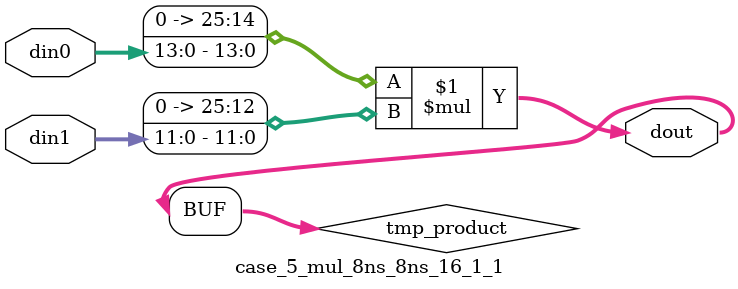
<source format=v>

`timescale 1 ns / 1 ps

 (* use_dsp = "no" *)  module case_5_mul_8ns_8ns_16_1_1(din0, din1, dout);
parameter ID = 1;
parameter NUM_STAGE = 0;
parameter din0_WIDTH = 14;
parameter din1_WIDTH = 12;
parameter dout_WIDTH = 26;

input [din0_WIDTH - 1 : 0] din0; 
input [din1_WIDTH - 1 : 0] din1; 
output [dout_WIDTH - 1 : 0] dout;

wire signed [dout_WIDTH - 1 : 0] tmp_product;
























assign tmp_product = $signed({1'b0, din0}) * $signed({1'b0, din1});











assign dout = tmp_product;





















endmodule

</source>
